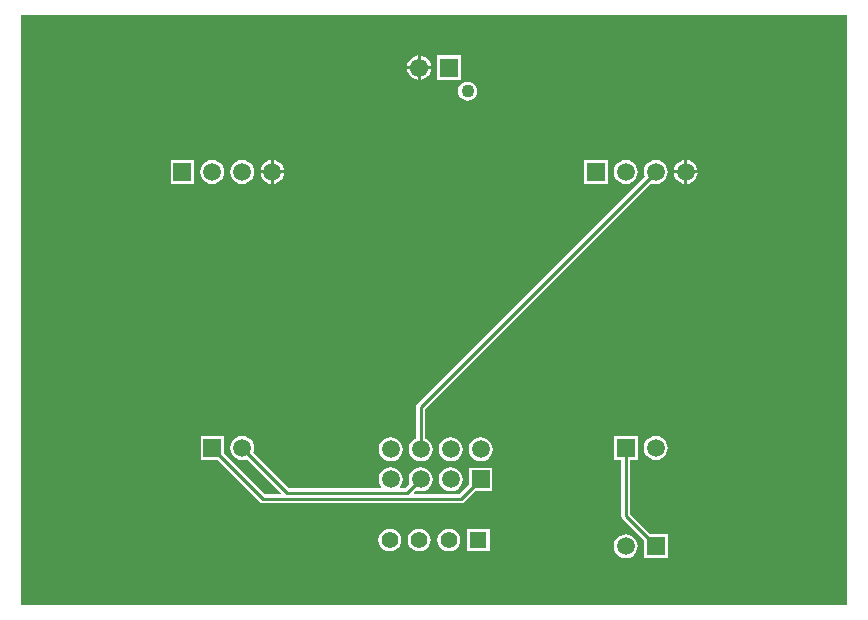
<source format=gbl>
G04*
G04 #@! TF.GenerationSoftware,Altium Limited,Altium Designer,22.0.2 (36)*
G04*
G04 Layer_Physical_Order=2*
G04 Layer_Color=16711680*
%FSLAX25Y25*%
%MOIN*%
G70*
G04*
G04 #@! TF.SameCoordinates,8FA63C8F-8BB1-4B71-A7B0-7D8B7C950947*
G04*
G04*
G04 #@! TF.FilePolarity,Positive*
G04*
G01*
G75*
%ADD10C,0.01000*%
%ADD16R,0.05512X0.05512*%
%ADD17C,0.05512*%
%ADD18C,0.04331*%
%ADD19C,0.06102*%
%ADD20R,0.06102X0.06102*%
%ADD21C,0.05906*%
%ADD22R,0.05906X0.05906*%
G36*
X137795Y-98425D02*
X-137795D01*
Y98425D01*
X137795D01*
Y-98425D01*
D02*
G37*
%LPC*%
G36*
X-4421Y84827D02*
Y81307D01*
X-901D01*
X-974Y81865D01*
X-1383Y82850D01*
X-2032Y83696D01*
X-2878Y84346D01*
X-3864Y84754D01*
X-4421Y84827D01*
D02*
G37*
G36*
X-5421D02*
X-5979Y84754D01*
X-6964Y84346D01*
X-7811Y83696D01*
X-8460Y82850D01*
X-8868Y81865D01*
X-8942Y81307D01*
X-5421D01*
Y84827D01*
D02*
G37*
G36*
X-901Y80307D02*
X-4421D01*
Y76787D01*
X-3864Y76860D01*
X-2878Y77268D01*
X-2032Y77918D01*
X-1383Y78764D01*
X-974Y79750D01*
X-901Y80307D01*
D02*
G37*
G36*
X-5421D02*
X-8942D01*
X-8868Y79750D01*
X-8460Y78764D01*
X-7811Y77918D01*
X-6964Y77268D01*
X-5979Y76860D01*
X-5421Y76787D01*
Y80307D01*
D02*
G37*
G36*
X8973Y84858D02*
X870D01*
Y76756D01*
X8973D01*
Y84858D01*
D02*
G37*
G36*
X11220Y76126D02*
X10394Y76017D01*
X9624Y75698D01*
X8963Y75191D01*
X8456Y74529D01*
X8137Y73759D01*
X8028Y72933D01*
X8137Y72107D01*
X8456Y71337D01*
X8963Y70675D01*
X9624Y70168D01*
X10394Y69849D01*
X11220Y69740D01*
X12047Y69849D01*
X12817Y70168D01*
X13478Y70675D01*
X13985Y71337D01*
X14304Y72107D01*
X14413Y72933D01*
X14304Y73759D01*
X13985Y74529D01*
X13478Y75191D01*
X12817Y75698D01*
X12047Y76017D01*
X11220Y76126D01*
D02*
G37*
G36*
X84398Y49921D02*
Y46500D01*
X87819D01*
X87749Y47032D01*
X87350Y47993D01*
X86717Y48819D01*
X85891Y49453D01*
X84930Y49851D01*
X84398Y49921D01*
D02*
G37*
G36*
X83398D02*
X82866Y49851D01*
X81904Y49453D01*
X81078Y48819D01*
X80445Y47993D01*
X80047Y47032D01*
X79977Y46500D01*
X83398D01*
Y49921D01*
D02*
G37*
G36*
X-53398D02*
Y46500D01*
X-49977D01*
X-50047Y47032D01*
X-50445Y47993D01*
X-51078Y48819D01*
X-51904Y49453D01*
X-52866Y49851D01*
X-53398Y49921D01*
D02*
G37*
G36*
X-54398D02*
X-54930Y49851D01*
X-55891Y49453D01*
X-56717Y48819D01*
X-57350Y47993D01*
X-57749Y47032D01*
X-57819Y46500D01*
X-54398D01*
Y49921D01*
D02*
G37*
G36*
X87819Y45500D02*
X84398D01*
Y42079D01*
X84930Y42149D01*
X85891Y42547D01*
X86717Y43181D01*
X87350Y44007D01*
X87749Y44968D01*
X87819Y45500D01*
D02*
G37*
G36*
X83398D02*
X79977D01*
X80047Y44968D01*
X80445Y44007D01*
X81078Y43181D01*
X81904Y42547D01*
X82866Y42149D01*
X83398Y42079D01*
Y45500D01*
D02*
G37*
G36*
X-49977D02*
X-53398D01*
Y42079D01*
X-52866Y42149D01*
X-51904Y42547D01*
X-51078Y43181D01*
X-50445Y44007D01*
X-50047Y44968D01*
X-49977Y45500D01*
D02*
G37*
G36*
X-54398D02*
X-57819D01*
X-57749Y44968D01*
X-57350Y44007D01*
X-56717Y43181D01*
X-55891Y42547D01*
X-54930Y42149D01*
X-54398Y42079D01*
Y45500D01*
D02*
G37*
G36*
X57850Y49953D02*
X49945D01*
Y42047D01*
X57850D01*
Y49953D01*
D02*
G37*
G36*
X-79945D02*
X-87850D01*
Y42047D01*
X-79945D01*
Y49953D01*
D02*
G37*
G36*
X73898Y49987D02*
X72866Y49851D01*
X71904Y49453D01*
X71078Y48819D01*
X70445Y47993D01*
X70047Y47032D01*
X69911Y46000D01*
X70047Y44968D01*
X70239Y44504D01*
X-5581Y-31316D01*
X-5913Y-31812D01*
X-6029Y-32398D01*
Y-42855D01*
X-6493Y-43047D01*
X-7319Y-43681D01*
X-7953Y-44507D01*
X-8351Y-45468D01*
X-8487Y-46500D01*
X-8351Y-47532D01*
X-7953Y-48493D01*
X-7319Y-49319D01*
X-6493Y-49953D01*
X-5532Y-50351D01*
X-4500Y-50487D01*
X-3468Y-50351D01*
X-2507Y-49953D01*
X-1681Y-49319D01*
X-1047Y-48493D01*
X-649Y-47532D01*
X-513Y-46500D01*
X-649Y-45468D01*
X-1047Y-44507D01*
X-1681Y-43681D01*
X-2507Y-43047D01*
X-2971Y-42855D01*
Y-33031D01*
X72402Y42341D01*
X72866Y42149D01*
X73898Y42013D01*
X74929Y42149D01*
X75891Y42547D01*
X76717Y43181D01*
X77350Y44007D01*
X77749Y44968D01*
X77885Y46000D01*
X77749Y47032D01*
X77350Y47993D01*
X76717Y48819D01*
X75891Y49453D01*
X74929Y49851D01*
X73898Y49987D01*
D02*
G37*
G36*
X63898D02*
X62866Y49851D01*
X61904Y49453D01*
X61079Y48819D01*
X60445Y47993D01*
X60047Y47032D01*
X59911Y46000D01*
X60047Y44968D01*
X60445Y44007D01*
X61079Y43181D01*
X61904Y42547D01*
X62866Y42149D01*
X63898Y42013D01*
X64929Y42149D01*
X65891Y42547D01*
X66717Y43181D01*
X67350Y44007D01*
X67749Y44968D01*
X67884Y46000D01*
X67749Y47032D01*
X67350Y47993D01*
X66717Y48819D01*
X65891Y49453D01*
X64929Y49851D01*
X63898Y49987D01*
D02*
G37*
G36*
X-63898D02*
X-64929Y49851D01*
X-65891Y49453D01*
X-66717Y48819D01*
X-67350Y47993D01*
X-67749Y47032D01*
X-67884Y46000D01*
X-67749Y44968D01*
X-67350Y44007D01*
X-66717Y43181D01*
X-65891Y42547D01*
X-64929Y42149D01*
X-63898Y42013D01*
X-62866Y42149D01*
X-61904Y42547D01*
X-61079Y43181D01*
X-60445Y44007D01*
X-60047Y44968D01*
X-59911Y46000D01*
X-60047Y47032D01*
X-60445Y47993D01*
X-61079Y48819D01*
X-61904Y49453D01*
X-62866Y49851D01*
X-63898Y49987D01*
D02*
G37*
G36*
X-73898D02*
X-74929Y49851D01*
X-75891Y49453D01*
X-76717Y48819D01*
X-77350Y47993D01*
X-77749Y47032D01*
X-77885Y46000D01*
X-77749Y44968D01*
X-77350Y44007D01*
X-76717Y43181D01*
X-75891Y42547D01*
X-74929Y42149D01*
X-73898Y42013D01*
X-72866Y42149D01*
X-71904Y42547D01*
X-71078Y43181D01*
X-70445Y44007D01*
X-70047Y44968D01*
X-69911Y46000D01*
X-70047Y47032D01*
X-70445Y47993D01*
X-71078Y48819D01*
X-71904Y49453D01*
X-72866Y49851D01*
X-73898Y49987D01*
D02*
G37*
G36*
X73898Y-42013D02*
X72866Y-42149D01*
X71904Y-42547D01*
X71078Y-43181D01*
X70445Y-44007D01*
X70047Y-44968D01*
X69911Y-46000D01*
X70047Y-47032D01*
X70445Y-47993D01*
X71078Y-48819D01*
X71904Y-49453D01*
X72866Y-49851D01*
X73898Y-49987D01*
X74929Y-49851D01*
X75891Y-49453D01*
X76717Y-48819D01*
X77350Y-47993D01*
X77749Y-47032D01*
X77885Y-46000D01*
X77749Y-44968D01*
X77350Y-44007D01*
X76717Y-43181D01*
X75891Y-42547D01*
X74929Y-42149D01*
X73898Y-42013D01*
D02*
G37*
G36*
X5500Y-42513D02*
X4468Y-42649D01*
X3507Y-43047D01*
X2681Y-43681D01*
X2047Y-44507D01*
X1649Y-45468D01*
X1513Y-46500D01*
X1649Y-47532D01*
X2047Y-48493D01*
X2681Y-49319D01*
X3507Y-49953D01*
X4468Y-50351D01*
X5500Y-50487D01*
X6532Y-50351D01*
X7493Y-49953D01*
X8319Y-49319D01*
X8953Y-48493D01*
X9351Y-47532D01*
X9487Y-46500D01*
X9351Y-45468D01*
X8953Y-44507D01*
X8319Y-43681D01*
X7493Y-43047D01*
X6532Y-42649D01*
X5500Y-42513D01*
D02*
G37*
G36*
X15500Y-42513D02*
X14468Y-42649D01*
X13507Y-43047D01*
X12681Y-43681D01*
X12047Y-44507D01*
X11649Y-45468D01*
X11513Y-46500D01*
X11649Y-47532D01*
X12047Y-48493D01*
X12681Y-49319D01*
X13507Y-49953D01*
X14468Y-50351D01*
X15500Y-50487D01*
X16532Y-50351D01*
X17493Y-49953D01*
X18319Y-49319D01*
X18953Y-48493D01*
X19351Y-47532D01*
X19487Y-46500D01*
X19351Y-45468D01*
X18953Y-44507D01*
X18319Y-43681D01*
X17493Y-43047D01*
X16532Y-42649D01*
X15500Y-42513D01*
D02*
G37*
G36*
X-14500D02*
X-15532Y-42649D01*
X-16493Y-43047D01*
X-17319Y-43681D01*
X-17953Y-44507D01*
X-18351Y-45468D01*
X-18487Y-46500D01*
X-18351Y-47532D01*
X-17953Y-48493D01*
X-17319Y-49319D01*
X-16493Y-49953D01*
X-15532Y-50351D01*
X-14500Y-50487D01*
X-13468Y-50351D01*
X-12507Y-49953D01*
X-11681Y-49319D01*
X-11047Y-48493D01*
X-10649Y-47532D01*
X-10513Y-46500D01*
X-10649Y-45468D01*
X-11047Y-44507D01*
X-11681Y-43681D01*
X-12507Y-43047D01*
X-13468Y-42649D01*
X-14500Y-42513D01*
D02*
G37*
G36*
X5500Y-52513D02*
X4468Y-52649D01*
X3507Y-53047D01*
X2681Y-53681D01*
X2047Y-54507D01*
X1649Y-55468D01*
X1513Y-56500D01*
X1649Y-57532D01*
X2047Y-58493D01*
X2681Y-59319D01*
X3507Y-59953D01*
X4468Y-60351D01*
X5500Y-60487D01*
X6532Y-60351D01*
X7493Y-59953D01*
X8319Y-59319D01*
X8953Y-58493D01*
X9351Y-57532D01*
X9487Y-56500D01*
X9351Y-55468D01*
X8953Y-54507D01*
X8319Y-53681D01*
X7493Y-53047D01*
X6532Y-52649D01*
X5500Y-52513D01*
D02*
G37*
G36*
X-63898Y-42013D02*
X-64929Y-42149D01*
X-65891Y-42547D01*
X-66717Y-43181D01*
X-67350Y-44007D01*
X-67749Y-44968D01*
X-67884Y-46000D01*
X-67749Y-47032D01*
X-67350Y-47993D01*
X-66717Y-48819D01*
X-65891Y-49453D01*
X-64929Y-49851D01*
X-63898Y-49987D01*
X-62866Y-49851D01*
X-62402Y-49659D01*
X-51099Y-60961D01*
X-51290Y-61423D01*
X-56311D01*
X-69945Y-47790D01*
Y-42047D01*
X-77850D01*
Y-49953D01*
X-72108D01*
X-58026Y-64034D01*
X-57530Y-64366D01*
X-56945Y-64482D01*
X9047D01*
X9633Y-64366D01*
X10129Y-64034D01*
X13710Y-60453D01*
X19453D01*
Y-52547D01*
X11547D01*
Y-58290D01*
X8414Y-61423D01*
X-6607D01*
X-6799Y-60961D01*
X-5996Y-60159D01*
X-5532Y-60351D01*
X-4500Y-60487D01*
X-3468Y-60351D01*
X-2507Y-59953D01*
X-1681Y-59319D01*
X-1047Y-58493D01*
X-649Y-57532D01*
X-513Y-56500D01*
X-649Y-55468D01*
X-1047Y-54507D01*
X-1681Y-53681D01*
X-2507Y-53047D01*
X-3468Y-52649D01*
X-4500Y-52513D01*
X-5532Y-52649D01*
X-6493Y-53047D01*
X-7319Y-53681D01*
X-7953Y-54507D01*
X-8351Y-55468D01*
X-8487Y-56500D01*
X-8351Y-57532D01*
X-8159Y-57996D01*
X-9586Y-59423D01*
X-11131D01*
X-11377Y-58923D01*
X-11047Y-58493D01*
X-10649Y-57532D01*
X-10513Y-56500D01*
X-10649Y-55468D01*
X-11047Y-54507D01*
X-11681Y-53681D01*
X-12507Y-53047D01*
X-13468Y-52649D01*
X-14500Y-52513D01*
X-15532Y-52649D01*
X-16493Y-53047D01*
X-17319Y-53681D01*
X-17953Y-54507D01*
X-18351Y-55468D01*
X-18487Y-56500D01*
X-18351Y-57532D01*
X-17953Y-58493D01*
X-17623Y-58923D01*
X-17869Y-59423D01*
X-48311D01*
X-60239Y-47496D01*
X-60047Y-47032D01*
X-59911Y-46000D01*
X-60047Y-44968D01*
X-60445Y-44007D01*
X-61079Y-43181D01*
X-61904Y-42547D01*
X-62866Y-42149D01*
X-63898Y-42013D01*
D02*
G37*
G36*
X18520Y-72917D02*
X11008D01*
Y-80429D01*
X18520D01*
Y-72917D01*
D02*
G37*
G36*
X4921Y-72885D02*
X3941Y-73014D01*
X3027Y-73392D01*
X2242Y-73994D01*
X1640Y-74779D01*
X1262Y-75693D01*
X1133Y-76673D01*
X1262Y-77654D01*
X1640Y-78567D01*
X2242Y-79352D01*
X3027Y-79954D01*
X3941Y-80332D01*
X4921Y-80462D01*
X5902Y-80332D01*
X6815Y-79954D01*
X7600Y-79352D01*
X8202Y-78567D01*
X8580Y-77654D01*
X8710Y-76673D01*
X8580Y-75693D01*
X8202Y-74779D01*
X7600Y-73994D01*
X6815Y-73392D01*
X5902Y-73014D01*
X4921Y-72885D01*
D02*
G37*
G36*
X-4921D02*
X-5902Y-73014D01*
X-6815Y-73392D01*
X-7600Y-73994D01*
X-8202Y-74779D01*
X-8580Y-75693D01*
X-8710Y-76673D01*
X-8580Y-77654D01*
X-8202Y-78567D01*
X-7600Y-79352D01*
X-6815Y-79954D01*
X-5902Y-80332D01*
X-4921Y-80462D01*
X-3941Y-80332D01*
X-3027Y-79954D01*
X-2242Y-79352D01*
X-1640Y-78567D01*
X-1262Y-77654D01*
X-1133Y-76673D01*
X-1262Y-75693D01*
X-1640Y-74779D01*
X-2242Y-73994D01*
X-3027Y-73392D01*
X-3941Y-73014D01*
X-4921Y-72885D01*
D02*
G37*
G36*
X-14764D02*
X-15744Y-73014D01*
X-16658Y-73392D01*
X-17443Y-73994D01*
X-18045Y-74779D01*
X-18423Y-75693D01*
X-18552Y-76673D01*
X-18423Y-77654D01*
X-18045Y-78567D01*
X-17443Y-79352D01*
X-16658Y-79954D01*
X-15744Y-80332D01*
X-14764Y-80462D01*
X-13783Y-80332D01*
X-12870Y-79954D01*
X-12085Y-79352D01*
X-11483Y-78567D01*
X-11105Y-77654D01*
X-10976Y-76673D01*
X-11105Y-75693D01*
X-11483Y-74779D01*
X-12085Y-73994D01*
X-12870Y-73392D01*
X-13783Y-73014D01*
X-14764Y-72885D01*
D02*
G37*
G36*
X67850Y-42047D02*
X59945D01*
Y-49953D01*
X62368D01*
Y-68740D01*
X62485Y-69325D01*
X62816Y-69822D01*
X69945Y-76950D01*
Y-82693D01*
X77850D01*
Y-74787D01*
X72108D01*
X65427Y-68107D01*
Y-49953D01*
X67850D01*
Y-42047D01*
D02*
G37*
G36*
X63898Y-74753D02*
X62866Y-74889D01*
X61904Y-75287D01*
X61079Y-75921D01*
X60445Y-76747D01*
X60047Y-77708D01*
X59911Y-78740D01*
X60047Y-79772D01*
X60445Y-80734D01*
X61079Y-81559D01*
X61904Y-82193D01*
X62866Y-82591D01*
X63898Y-82727D01*
X64929Y-82591D01*
X65891Y-82193D01*
X66717Y-81559D01*
X67350Y-80734D01*
X67749Y-79772D01*
X67884Y-78740D01*
X67749Y-77708D01*
X67350Y-76747D01*
X66717Y-75921D01*
X65891Y-75287D01*
X64929Y-74889D01*
X63898Y-74753D01*
D02*
G37*
%LPD*%
D10*
X-56945Y-62953D02*
X9047D01*
X-73898Y-46000D02*
X-56945Y-62953D01*
X9047D02*
X15500Y-56500D01*
X-63898Y-46000D02*
X-48945Y-60953D01*
X-8953D01*
X-4500Y-56500D01*
X63898Y-68740D02*
X73898Y-78740D01*
X63898Y-68740D02*
Y-46000D01*
X-4500Y-46500D02*
Y-32398D01*
X73898Y46000D01*
D16*
X14764Y-76673D02*
D03*
D17*
X4921D02*
D03*
X-4921D02*
D03*
X-14764D02*
D03*
D18*
X11220Y72933D02*
D03*
D19*
X-4921Y80807D02*
D03*
D20*
X4921D02*
D03*
D21*
X83898Y46000D02*
D03*
X73898D02*
D03*
X63898D02*
D03*
X-53898D02*
D03*
X-63898D02*
D03*
X-73898D02*
D03*
X-14500Y-46500D02*
D03*
X-14500Y-56500D02*
D03*
X-4500Y-46500D02*
D03*
Y-56500D02*
D03*
X5500Y-46500D02*
D03*
Y-56500D02*
D03*
X15500Y-46500D02*
D03*
X63898Y-78740D02*
D03*
X73898Y-46000D02*
D03*
X-63898D02*
D03*
D22*
X53898Y46000D02*
D03*
X-83898D02*
D03*
X15500Y-56500D02*
D03*
X73898Y-78740D02*
D03*
X63898Y-46000D02*
D03*
X-73898D02*
D03*
M02*

</source>
